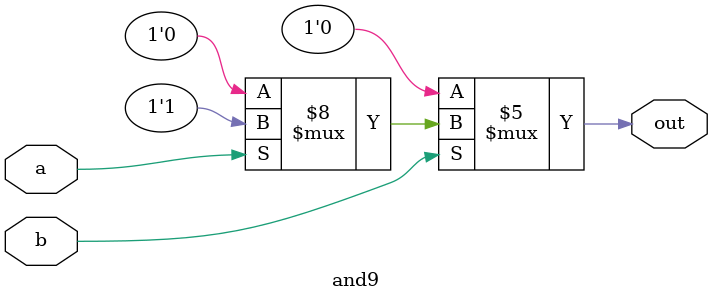
<source format=v>
module and9 (
  input a,
  input b,
  output reg out
);

    always @(*) begin
        if(a == 0)
            out = 0;
        else
            out = 1;

        if(b == 0)
            out = 0;

    end

endmodule
</source>
